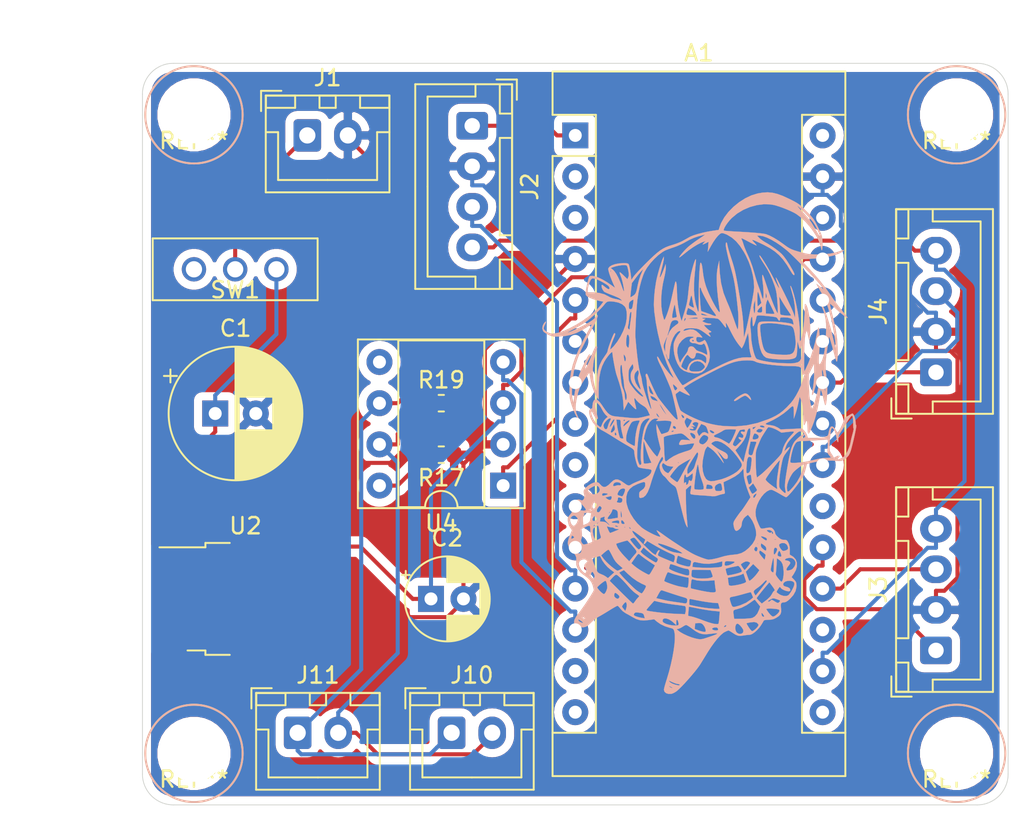
<source format=kicad_pcb>
(kicad_pcb (version 20171130) (host pcbnew "(5.1.2)-2")
  (layers (0 F.Cu signal) (31 B.Cu signal) (34 B.Paste user) (35 F.Paste user) (36 B.SilkS user) (37 F.SilkS user) (38 B.Mask user) (39 F.Mask user) (44 Edge.Cuts user))
  (net 0 "")
  (net 1 /ENC1_B)
  (net 2 +3V3)
  (net 3 "Net-(A1-Pad2)")
  (net 4 "Net-(A1-Pad18)")
  (net 5 "Net-(A1-Pad3)")
  (net 6 /ENC2_a)
  (net 7 GND)
  (net 8 /ENC2_B)
  (net 9 /cantx)
  (net 10 "Net-(A1-Pad21)")
  (net 11 "Net-(A1-Pad6)")
  (net 12 /ENC3_a)
  (net 13 "Net-(A1-Pad7)")
  (net 14 "Net-(A1-Pad23)")
  (net 15 "Net-(A1-Pad8)")
  (net 16 /ENC3_B)
  (net 17 "Net-(A1-Pad9)")
  (net 18 "Net-(A1-Pad25)")
  (net 19 "Net-(A1-Pad10)")
  (net 20 "Net-(A1-Pad26)")
  (net 21 "Net-(A1-Pad11)")
  (net 22 +5V)
  (net 23 /ENC1_a)
  (net 24 "Net-(A1-Pad28)")
  (net 25 /canrx)
  (net 26 "Net-(A1-Pad14)")
  (net 27 "Net-(A1-Pad30)")
  (net 28 "Net-(A1-Pad15)")
  (net 29 "Net-(A1-Pad16)")
  (net 30 +BATT)
  (net 31 "Net-(J1-Pad1)")
  (net 32 /canH)
  (net 33 /canL)
  (net 34 "Net-(R17-Pad2)")
  (net 35 "Net-(SW1-Pad1)")
  (net 36 "Net-(U4-Pad5)")
  (module Logo:tyuni (layer B.Cu) (at 142.24 110.49 180)
    (fp_text reference G*** hide)
    (fp_text value LOGO hide)
  )
  (module Yoshiko:hole (layer F.Cu) (at 158.115 129.54)
    (fp_text reference REF** (at 0 1.6) (layer F.SilkS))
    (fp_text value hole)
    (pad "" np_thru_hole circle (at 0 0) (size 3.5 3.5) (drill 3.5) (layers *.Cu *.Mask))
  )
  (module Yoshiko:hole (layer F.Cu) (at 111.125 129.54)
    (fp_text reference REF** (at 0 1.6) (layer F.SilkS))
    (fp_text value hole)
    (pad "" np_thru_hole circle (at 0 0) (size 3.5 3.5) (drill 3.5) (layers *.Cu *.Mask))
  )
  (module Yoshiko:hole (layer F.Cu) (at 158.115 90.17)
    (fp_text reference REF** (at 0 1.6) (layer F.SilkS))
    (fp_text value hole)
    (pad "" np_thru_hole circle (at 0 0) (size 3.5 3.5) (drill 3.5) (layers *.Cu *.Mask))
  )
  (module Yoshiko:hole (layer F.Cu) (at 111.125 90.17)
    (fp_text reference REF** (at 0 1.6) (layer F.SilkS))
    (fp_text value hole)
    (pad "" np_thru_hole circle (at 0 0) (size 3.5 3.5) (drill 3.5) (layers *.Cu *.Mask))
  )
  (module Module:Arduino_Nano (layer F.Cu) (at 134.62 91.44)
    (fp_text reference A1 (at 7.62 -5.08) (layer F.SilkS))
    (fp_text value Arduino_Nano_v3.x)
    (pad 1 thru_hole rect (at 0 0) (size 1.6 1.6) (drill 0.8) (layers *.Cu *.Mask) (net 1 /ENC1_B))
    (pad 17 thru_hole oval (at 15.24 33.02) (size 1.6 1.6) (drill 0.8) (layers *.Cu *.Mask) (net 2 +3V3))
    (pad 2 thru_hole oval (at 0 2.54) (size 1.6 1.6) (drill 0.8) (layers *.Cu *.Mask) (net 3 "Net-(A1-Pad2)"))
    (pad 18 thru_hole oval (at 15.24 30.48) (size 1.6 1.6) (drill 0.8) (layers *.Cu *.Mask) (net 4 "Net-(A1-Pad18)"))
    (pad 3 thru_hole oval (at 0 5.08) (size 1.6 1.6) (drill 0.8) (layers *.Cu *.Mask) (net 5 "Net-(A1-Pad3)"))
    (pad 19 thru_hole oval (at 15.24 27.94) (size 1.6 1.6) (drill 0.8) (layers *.Cu *.Mask) (net 6 /ENC2_a))
    (pad 4 thru_hole oval (at 0 7.62) (size 1.6 1.6) (drill 0.8) (layers *.Cu *.Mask) (net 7 GND))
    (pad 20 thru_hole oval (at 15.24 25.4) (size 1.6 1.6) (drill 0.8) (layers *.Cu *.Mask) (net 8 /ENC2_B))
    (pad 5 thru_hole oval (at 0 10.16) (size 1.6 1.6) (drill 0.8) (layers *.Cu *.Mask) (net 9 /cantx))
    (pad 21 thru_hole oval (at 15.24 22.86) (size 1.6 1.6) (drill 0.8) (layers *.Cu *.Mask) (net 10 "Net-(A1-Pad21)"))
    (pad 6 thru_hole oval (at 0 12.7) (size 1.6 1.6) (drill 0.8) (layers *.Cu *.Mask) (net 11 "Net-(A1-Pad6)"))
    (pad 22 thru_hole oval (at 15.24 20.32) (size 1.6 1.6) (drill 0.8) (layers *.Cu *.Mask) (net 12 /ENC3_a))
    (pad 7 thru_hole oval (at 0 15.24) (size 1.6 1.6) (drill 0.8) (layers *.Cu *.Mask) (net 13 "Net-(A1-Pad7)"))
    (pad 23 thru_hole oval (at 15.24 17.78) (size 1.6 1.6) (drill 0.8) (layers *.Cu *.Mask) (net 14 "Net-(A1-Pad23)"))
    (pad 8 thru_hole oval (at 0 17.78) (size 1.6 1.6) (drill 0.8) (layers *.Cu *.Mask) (net 15 "Net-(A1-Pad8)"))
    (pad 24 thru_hole oval (at 15.24 15.24) (size 1.6 1.6) (drill 0.8) (layers *.Cu *.Mask) (net 16 /ENC3_B))
    (pad 9 thru_hole oval (at 0 20.32) (size 1.6 1.6) (drill 0.8) (layers *.Cu *.Mask) (net 17 "Net-(A1-Pad9)"))
    (pad 25 thru_hole oval (at 15.24 12.7) (size 1.6 1.6) (drill 0.8) (layers *.Cu *.Mask) (net 18 "Net-(A1-Pad25)"))
    (pad 10 thru_hole oval (at 0 22.86) (size 1.6 1.6) (drill 0.8) (layers *.Cu *.Mask) (net 19 "Net-(A1-Pad10)"))
    (pad 26 thru_hole oval (at 15.24 10.16) (size 1.6 1.6) (drill 0.8) (layers *.Cu *.Mask) (net 20 "Net-(A1-Pad26)"))
    (pad 11 thru_hole oval (at 0 25.4) (size 1.6 1.6) (drill 0.8) (layers *.Cu *.Mask) (net 21 "Net-(A1-Pad11)"))
    (pad 27 thru_hole oval (at 15.24 7.62) (size 1.6 1.6) (drill 0.8) (layers *.Cu *.Mask) (net 22 +5V))
    (pad 12 thru_hole oval (at 0 27.94) (size 1.6 1.6) (drill 0.8) (layers *.Cu *.Mask) (net 23 /ENC1_a))
    (pad 28 thru_hole oval (at 15.24 5.08) (size 1.6 1.6) (drill 0.8) (layers *.Cu *.Mask) (net 24 "Net-(A1-Pad28)"))
    (pad 13 thru_hole oval (at 0 30.48) (size 1.6 1.6) (drill 0.8) (layers *.Cu *.Mask) (net 25 /canrx))
    (pad 29 thru_hole oval (at 15.24 2.54) (size 1.6 1.6) (drill 0.8) (layers *.Cu *.Mask) (net 7 GND))
    (pad 14 thru_hole oval (at 0 33.02) (size 1.6 1.6) (drill 0.8) (layers *.Cu *.Mask) (net 26 "Net-(A1-Pad14)"))
    (pad 30 thru_hole oval (at 15.24 0) (size 1.6 1.6) (drill 0.8) (layers *.Cu *.Mask) (net 27 "Net-(A1-Pad30)"))
    (pad 15 thru_hole oval (at 0 35.56) (size 1.6 1.6) (drill 0.8) (layers *.Cu *.Mask) (net 28 "Net-(A1-Pad15)"))
    (pad 16 thru_hole oval (at 15.24 35.56) (size 1.6 1.6) (drill 0.8) (layers *.Cu *.Mask) (net 29 "Net-(A1-Pad16)"))
  )
  (module Capacitor_THT:CP_Radial_D8.0mm_P2.50mm (layer F.Cu) (at 112.435 108.585)
    (fp_text reference C1 (at 1.25 -5.25) (layer F.SilkS))
    (fp_text value 220u)
    (pad 1 thru_hole rect (at 0 0) (size 1.6 1.6) (drill 0.8) (layers *.Cu *.Mask) (net 30 +BATT))
    (pad 2 thru_hole circle (at 2.5 0) (size 1.6 1.6) (drill 0.8) (layers *.Cu *.Mask) (net 7 GND))
  )
  (module Capacitor_THT:CP_Radial_D5.0mm_P2.00mm (layer F.Cu) (at 125.73 120.015)
    (fp_text reference C2 (at 1 -3.75) (layer F.SilkS))
    (fp_text value 100u)
    (pad 1 thru_hole rect (at 0 0) (size 1.6 1.6) (drill 0.8) (layers *.Cu *.Mask) (net 22 +5V))
    (pad 2 thru_hole circle (at 2 0) (size 1.6 1.6) (drill 0.8) (layers *.Cu *.Mask) (net 7 GND))
  )
  (module Connector_JST:JST_XH_B2B-XH-A_1x02_P2.50mm_Vertical (layer F.Cu) (at 118.11 91.44)
    (fp_text reference J1 (at 1.25 -3.55) (layer F.SilkS))
    (fp_text value battery)
    (pad 1 thru_hole roundrect (at 0 0) (size 1.7 2) (drill 1) (layers *.Cu *.Mask) (roundrect_rratio 0.147059) (net 31 "Net-(J1-Pad1)"))
    (pad 2 thru_hole oval (at 2.5 0) (size 1.7 2) (drill 1) (layers *.Cu *.Mask) (net 7 GND))
  )
  (module Connector_JST:JST_XH_B4B-XH-A_1x04_P2.50mm_Vertical (layer F.Cu) (at 128.27 90.845 270)
    (fp_text reference J2 (at 3.75 -3.55 90) (layer F.SilkS))
    (fp_text value ENC1)
    (pad 1 thru_hole roundrect (at 0 0 270) (size 1.7 1.95) (drill 0.95) (layers *.Cu *.Mask) (roundrect_rratio 0.147059) (net 1 /ENC1_B))
    (pad 2 thru_hole oval (at 2.5 0 270) (size 1.7 1.95) (drill 0.95) (layers *.Cu *.Mask) (net 7 GND))
    (pad 3 thru_hole oval (at 5 0 270) (size 1.7 1.95) (drill 0.95) (layers *.Cu *.Mask) (net 23 /ENC1_a))
    (pad 4 thru_hole oval (at 7.5 0 270) (size 1.7 1.95) (drill 0.95) (layers *.Cu *.Mask) (net 2 +3V3))
  )
  (module Connector_JST:JST_XH_B4B-XH-A_1x04_P2.50mm_Vertical (layer F.Cu) (at 156.845 123.19 90)
    (fp_text reference J3 (at 3.75 -3.55 90) (layer F.SilkS))
    (fp_text value ENC2)
    (pad 1 thru_hole roundrect (at 0 0 90) (size 1.7 1.95) (drill 0.95) (layers *.Cu *.Mask) (roundrect_rratio 0.147059) (net 8 /ENC2_B))
    (pad 2 thru_hole oval (at 2.5 0 90) (size 1.7 1.95) (drill 0.95) (layers *.Cu *.Mask) (net 7 GND))
    (pad 3 thru_hole oval (at 5 0 90) (size 1.7 1.95) (drill 0.95) (layers *.Cu *.Mask) (net 6 /ENC2_a))
    (pad 4 thru_hole oval (at 7.5 0 90) (size 1.7 1.95) (drill 0.95) (layers *.Cu *.Mask) (net 2 +3V3))
  )
  (module Connector_JST:JST_XH_B4B-XH-A_1x04_P2.50mm_Vertical (layer F.Cu) (at 156.845 106.045 90)
    (fp_text reference J4 (at 3.75 -3.55 90) (layer F.SilkS))
    (fp_text value ENC3)
    (pad 4 thru_hole oval (at 7.5 0 90) (size 1.7 1.95) (drill 0.95) (layers *.Cu *.Mask) (net 2 +3V3))
    (pad 3 thru_hole oval (at 5 0 90) (size 1.7 1.95) (drill 0.95) (layers *.Cu *.Mask) (net 12 /ENC3_a))
    (pad 2 thru_hole oval (at 2.5 0 90) (size 1.7 1.95) (drill 0.95) (layers *.Cu *.Mask) (net 7 GND))
    (pad 1 thru_hole roundrect (at 0 0 90) (size 1.7 1.95) (drill 0.95) (layers *.Cu *.Mask) (roundrect_rratio 0.147059) (net 16 /ENC3_B))
  )
  (module Connector_JST:JST_XH_B2B-XH-A_1x02_P2.50mm_Vertical (layer F.Cu) (at 127 128.27)
    (fp_text reference J10 (at 1.25 -3.55) (layer F.SilkS))
    (fp_text value can1)
    (pad 2 thru_hole oval (at 2.5 0) (size 1.7 2) (drill 1) (layers *.Cu *.Mask) (net 32 /canH))
    (pad 1 thru_hole roundrect (at 0 0) (size 1.7 2) (drill 1) (layers *.Cu *.Mask) (roundrect_rratio 0.147059) (net 33 /canL))
  )
  (module Connector_JST:JST_XH_B2B-XH-A_1x02_P2.50mm_Vertical (layer F.Cu) (at 117.515 128.27)
    (fp_text reference J11 (at 1.25 -3.55) (layer F.SilkS))
    (fp_text value can2)
    (pad 1 thru_hole roundrect (at 0 0) (size 1.7 2) (drill 1) (layers *.Cu *.Mask) (roundrect_rratio 0.147059) (net 33 /canL))
    (pad 2 thru_hole oval (at 2.5 0) (size 1.7 2) (drill 1) (layers *.Cu *.Mask) (net 32 /canH))
  )
  (module Resistor_SMD:R_0603_1608Metric (layer F.Cu) (at 126.365 111.125 180)
    (fp_text reference R17 (at 0 -1.43) (layer F.SilkS))
    (fp_text value 10k)
    (pad 1 smd roundrect (at -0.7875 0 180) (size 0.875 0.95) (layers F.Cu F.Paste F.Mask) (net 7 GND))
    (pad 2 smd roundrect (at 0.7875 0 180) (size 0.875 0.95) (layers F.Cu F.Paste F.Mask) (net 34 "Net-(R17-Pad2)"))
  )
  (module Resistor_SMD:R_0603_1608Metric (layer F.Cu) (at 126.365 107.95)
    (fp_text reference R19 (at 0 -1.43) (layer F.SilkS))
    (fp_text value 120)
    (pad 2 smd roundrect (at 0.7875 0) (size 0.875 0.95) (layers F.Cu F.Paste F.Mask) (net 33 /canL))
    (pad 1 smd roundrect (at -0.7875 0) (size 0.875 0.95) (layers F.Cu F.Paste F.Mask) (net 32 /canH))
  )
  (module Yoshiko:mini_sw (layer F.Cu) (at 113.665 99.695)
    (fp_text reference SW1 (at 0 1.27) (layer F.SilkS))
    (fp_text value SW_Push_SPDT)
    (pad 1 thru_hole circle (at -2.54 0) (size 1.5 1.5) (drill 1) (layers *.Cu *.Mask) (net 35 "Net-(SW1-Pad1)"))
    (pad 2 thru_hole circle (at 0 0) (size 1.5 1.5) (drill 1) (layers *.Cu *.Mask) (net 31 "Net-(J1-Pad1)"))
    (pad 3 thru_hole circle (at 2.54 0) (size 1.5 1.5) (drill 1) (layers *.Cu *.Mask) (net 30 +BATT))
  )
  (module Package_TO_SOT_SMD:TO-252-2 (layer F.Cu) (at 114.3 120.015)
    (fp_text reference U2 (at 0 -4.5) (layer F.SilkS))
    (fp_text value L7805)
    (pad 1 smd rect (at -4.2 -2.28) (size 2.2 1.2) (layers F.Cu F.Paste F.Mask) (net 30 +BATT))
    (pad 3 smd rect (at -4.2 2.28) (size 2.2 1.2) (layers F.Cu F.Paste F.Mask) (net 22 +5V))
    (pad 2 smd rect (at 2.1 0) (size 6.4 5.8) (layers F.Cu F.Mask) (net 7 GND))
  )
  (module Package_DIP:DIP-8_W7.62mm_Socket (layer F.Cu) (at 130.175 113.03 180)
    (fp_text reference U4 (at 3.81 -2.33) (layer F.SilkS))
    (fp_text value MCP2551-I-P)
    (pad 1 thru_hole rect (at 0 0 180) (size 1.6 1.6) (drill 0.8) (layers *.Cu *.Mask) (net 9 /cantx))
    (pad 5 thru_hole oval (at 7.62 7.62 180) (size 1.6 1.6) (drill 0.8) (layers *.Cu *.Mask) (net 36 "Net-(U4-Pad5)"))
    (pad 2 thru_hole oval (at 0 2.54 180) (size 1.6 1.6) (drill 0.8) (layers *.Cu *.Mask) (net 7 GND))
    (pad 6 thru_hole oval (at 7.62 5.08 180) (size 1.6 1.6) (drill 0.8) (layers *.Cu *.Mask) (net 33 /canL))
    (pad 3 thru_hole oval (at 0 5.08 180) (size 1.6 1.6) (drill 0.8) (layers *.Cu *.Mask) (net 22 +5V))
    (pad 7 thru_hole oval (at 7.62 2.54 180) (size 1.6 1.6) (drill 0.8) (layers *.Cu *.Mask) (net 32 /canH))
    (pad 4 thru_hole oval (at 0 7.62 180) (size 1.6 1.6) (drill 0.8) (layers *.Cu *.Mask) (net 25 /canrx))
    (pad 8 thru_hole oval (at 7.62 0 180) (size 1.6 1.6) (drill 0.8) (layers *.Cu *.Mask) (net 34 "Net-(R17-Pad2)"))
  )
  (gr_arc (start 109.855 130.81) (end 107.95 130.81) (angle -90) (layer Edge.Cuts) (width 0.05))
  (gr_arc (start 159.385 130.81) (end 159.385 132.715) (angle -90) (layer Edge.Cuts) (width 0.05))
  (gr_arc (start 159.385 88.9) (end 161.29 88.9) (angle -90) (layer Edge.Cuts) (width 0.05))
  (gr_arc (start 109.855 88.9) (end 109.855 86.995) (angle -90) (layer Edge.Cuts) (width 0.05))
  (gr_line (start 107.95 130.81) (end 107.95 88.9) (layer Edge.Cuts) (width 0.05))
  (gr_line (start 159.385 132.715) (end 109.855 132.715) (layer Edge.Cuts) (width 0.05))
  (gr_line (start 161.29 88.9) (end 161.29 130.81) (layer Edge.Cuts) (width 0.05))
  (gr_line (start 109.855 86.995) (end 159.385 86.995) (layer Edge.Cuts) (width 0.05))
  (segment (start 134.62 91.44) (end 133.4947 91.44) (width 0.25) (layer F.Cu) (net 1))
  (segment (start 128.27 90.845) (end 132.8997 90.845) (width 0.25) (layer F.Cu) (net 1))
  (segment (start 132.8997 90.845) (end 133.4947 91.44) (width 0.25) (layer F.Cu) (net 1))
  (segment (start 128.27 98.345) (end 129.5703 98.345) (width 0.25) (layer F.Cu) (net 2))
  (segment (start 156.845 98.545) (end 155.5447 98.545) (width 0.25) (layer F.Cu) (net 2))
  (segment (start 155.5447 98.545) (end 154.9284 97.9287) (width 0.25) (layer F.Cu) (net 2))
  (segment (start 154.9284 97.9287) (end 129.9866 97.9287) (width 0.25) (layer F.Cu) (net 2))
  (segment (start 129.9866 97.9287) (end 129.5703 98.345) (width 0.25) (layer F.Cu) (net 2))
  (segment (start 156.845 115.69) (end 156.845 114.5147) (width 0.25) (layer B.Cu) (net 2))
  (segment (start 156.845 98.545) (end 156.845 99.7203) (width 0.25) (layer B.Cu) (net 2))
  (segment (start 156.845 99.7203) (end 157.3592 99.7203) (width 0.25) (layer B.Cu) (net 2))
  (segment (start 157.3592 99.7203) (end 158.605 100.9661) (width 0.25) (layer B.Cu) (net 2))
  (segment (start 158.605 100.9661) (end 158.605 112.7547) (width 0.25) (layer B.Cu) (net 2))
  (segment (start 158.605 112.7547) (end 156.845 114.5147) (width 0.25) (layer B.Cu) (net 2))
  (segment (start 149.86 124.46) (end 149.86 123.3347) (width 0.25) (layer B.Cu) (net 2))
  (segment (start 156.845 115.69) (end 156.845 116.8653) (width 0.25) (layer B.Cu) (net 2))
  (segment (start 156.845 116.8653) (end 156.3308 116.8653) (width 0.25) (layer B.Cu) (net 2))
  (segment (start 156.3308 116.8653) (end 150.9853 122.2108) (width 0.25) (layer B.Cu) (net 2))
  (segment (start 150.9853 122.2108) (end 150.9853 122.4919) (width 0.25) (layer B.Cu) (net 2))
  (segment (start 150.9853 122.4919) (end 150.1425 123.3347) (width 0.25) (layer B.Cu) (net 2))
  (segment (start 150.1425 123.3347) (end 149.86 123.3347) (width 0.25) (layer B.Cu) (net 2))
  (segment (start 149.86 119.38) (end 150.9853 119.38) (width 0.25) (layer F.Cu) (net 6))
  (segment (start 156.845 118.19) (end 152.1753 118.19) (width 0.25) (layer F.Cu) (net 6))
  (segment (start 152.1753 118.19) (end 150.9853 119.38) (width 0.25) (layer F.Cu) (net 6))
  (segment (start 156.845 120.69) (end 156.845 119.5147) (width 0.25) (layer F.Cu) (net 7))
  (segment (start 156.845 103.545) (end 156.845 104.7203) (width 0.25) (layer F.Cu) (net 7))
  (segment (start 156.845 104.7203) (end 157.7265 104.7203) (width 0.25) (layer F.Cu) (net 7))
  (segment (start 157.7265 104.7203) (end 158.1696 105.1634) (width 0.25) (layer F.Cu) (net 7))
  (segment (start 158.1696 105.1634) (end 158.1696 118.7043) (width 0.25) (layer F.Cu) (net 7))
  (segment (start 158.1696 118.7043) (end 157.3592 119.5147) (width 0.25) (layer F.Cu) (net 7))
  (segment (start 157.3592 119.5147) (end 156.845 119.5147) (width 0.25) (layer F.Cu) (net 7))
  (segment (start 134.62 99.06) (end 135.7453 99.06) (width 0.25) (layer B.Cu) (net 7))
  (segment (start 135.7453 99.06) (end 139.7 95.1053) (width 0.25) (layer B.Cu) (net 7))
  (segment (start 139.7 95.1053) (end 149.86 95.1053) (width 0.25) (layer B.Cu) (net 7))
  (segment (start 134.0574 99.06) (end 134.62 99.06) (width 0.25) (layer B.Cu) (net 7))
  (segment (start 149.86 93.98) (end 149.86 95.1053) (width 0.25) (layer B.Cu) (net 7))
  (segment (start 156.845 103.545) (end 156.845 102.3697) (width 0.25) (layer B.Cu) (net 7))
  (segment (start 156.845 102.3697) (end 156.3308 102.3697) (width 0.25) (layer B.Cu) (net 7))
  (segment (start 156.3308 102.3697) (end 150.9853 97.0242) (width 0.25) (layer B.Cu) (net 7))
  (segment (start 150.9853 97.0242) (end 150.9853 95.9492) (width 0.25) (layer B.Cu) (net 7))
  (segment (start 150.9853 95.9492) (end 150.1414 95.1053) (width 0.25) (layer B.Cu) (net 7))
  (segment (start 150.1414 95.1053) (end 149.86 95.1053) (width 0.25) (layer B.Cu) (net 7))
  (segment (start 114.935 108.585) (end 117.9808 111.6308) (width 0.25) (layer F.Cu) (net 7))
  (segment (start 117.9808 111.6308) (end 123.2349 111.6308) (width 0.25) (layer F.Cu) (net 7))
  (segment (start 123.2349 111.6308) (end 124.5676 110.2981) (width 0.25) (layer F.Cu) (net 7))
  (segment (start 124.5676 110.2981) (end 126.3256 110.2981) (width 0.25) (layer F.Cu) (net 7))
  (segment (start 126.3256 110.2981) (end 127.1525 111.125) (width 0.25) (layer F.Cu) (net 7))
  (segment (start 127.73 111.7025) (end 127.1525 111.125) (width 0.25) (layer F.Cu) (net 7))
  (segment (start 116.4 120.015) (end 119.9253 120.015) (width 0.25) (layer F.Cu) (net 7))
  (segment (start 127.73 120.015) (end 127.73 120.1558) (width 0.25) (layer F.Cu) (net 7))
  (segment (start 127.73 120.1558) (end 126.7454 121.1404) (width 0.25) (layer F.Cu) (net 7))
  (segment (start 126.7454 121.1404) (end 121.0507 121.1404) (width 0.25) (layer F.Cu) (net 7))
  (segment (start 121.0507 121.1404) (end 119.9253 120.015) (width 0.25) (layer F.Cu) (net 7))
  (segment (start 127.73 111.7025) (end 127.73 120.015) (width 0.25) (layer F.Cu) (net 7))
  (segment (start 134.0574 99.06) (end 133.4947 99.06) (width 0.25) (layer B.Cu) (net 7))
  (segment (start 128.27 93.345) (end 128.27 94.5203) (width 0.25) (layer B.Cu) (net 7))
  (segment (start 133.4947 99.06) (end 128.955 94.5203) (width 0.25) (layer B.Cu) (net 7))
  (segment (start 128.955 94.5203) (end 128.27 94.5203) (width 0.25) (layer B.Cu) (net 7))
  (segment (start 129.0496 110.49) (end 129.0496 104.6304) (width 0.25) (layer F.Cu) (net 7))
  (segment (start 129.0496 104.6304) (end 134.62 99.06) (width 0.25) (layer F.Cu) (net 7))
  (segment (start 129.0496 110.49) (end 128.9425 110.49) (width 0.25) (layer F.Cu) (net 7))
  (segment (start 128.9425 110.49) (end 127.73 111.7025) (width 0.25) (layer F.Cu) (net 7))
  (segment (start 130.175 110.49) (end 129.0496 110.49) (width 0.25) (layer F.Cu) (net 7))
  (segment (start 120.61 91.59) (end 120.61 91.44) (width 0.25) (layer F.Cu) (net 7))
  (segment (start 122.365 93.345) (end 120.61 91.59) (width 0.25) (layer F.Cu) (net 7))
  (segment (start 128.27 93.345) (end 122.365 93.345) (width 0.25) (layer F.Cu) (net 7))
  (segment (start 149.86 116.84) (end 149.86 117.9653) (width 0.25) (layer F.Cu) (net 8))
  (segment (start 156.845 123.19) (end 154.305 120.65) (width 0.25) (layer F.Cu) (net 8))
  (segment (start 154.305 120.65) (end 149.4983 120.65) (width 0.25) (layer F.Cu) (net 8))
  (segment (start 149.4983 120.65) (end 148.7347 119.8864) (width 0.25) (layer F.Cu) (net 8))
  (segment (start 148.7347 119.8864) (end 148.7347 118.8092) (width 0.25) (layer F.Cu) (net 8))
  (segment (start 148.7347 118.8092) (end 149.5786 117.9653) (width 0.25) (layer F.Cu) (net 8))
  (segment (start 149.5786 117.9653) (end 149.86 117.9653) (width 0.25) (layer F.Cu) (net 8))
  (segment (start 134.62 101.6) (end 134.62 102.7253) (width 0.25) (layer F.Cu) (net 9))
  (segment (start 130.175 113.03) (end 130.175 111.9047) (width 0.25) (layer F.Cu) (net 9))
  (segment (start 130.175 111.9047) (end 130.4563 111.9047) (width 0.25) (layer F.Cu) (net 9))
  (segment (start 130.4563 111.9047) (end 133.4947 108.8663) (width 0.25) (layer F.Cu) (net 9))
  (segment (start 133.4947 108.8663) (end 133.4947 103.5692) (width 0.25) (layer F.Cu) (net 9))
  (segment (start 133.4947 103.5692) (end 134.3386 102.7253) (width 0.25) (layer F.Cu) (net 9))
  (segment (start 134.3386 102.7253) (end 134.62 102.7253) (width 0.25) (layer F.Cu) (net 9))
  (segment (start 149.86 111.76) (end 149.86 110.6347) (width 0.25) (layer B.Cu) (net 12))
  (segment (start 156.845 101.045) (end 158.1546 102.3546) (width 0.25) (layer B.Cu) (net 12))
  (segment (start 158.1546 102.3546) (end 158.1546 104.0456) (width 0.25) (layer B.Cu) (net 12))
  (segment (start 158.1546 104.0456) (end 157.4622 104.738) (width 0.25) (layer B.Cu) (net 12))
  (segment (start 157.4622 104.738) (end 155.9764 104.738) (width 0.25) (layer B.Cu) (net 12))
  (segment (start 155.9764 104.738) (end 150.0797 110.6347) (width 0.25) (layer B.Cu) (net 12))
  (segment (start 150.0797 110.6347) (end 149.86 110.6347) (width 0.25) (layer B.Cu) (net 12))
  (segment (start 149.86 106.68) (end 150.9853 106.68) (width 0.25) (layer F.Cu) (net 16))
  (segment (start 156.845 106.045) (end 151.6203 106.045) (width 0.25) (layer F.Cu) (net 16))
  (segment (start 151.6203 106.045) (end 150.9853 106.68) (width 0.25) (layer F.Cu) (net 16))
  (segment (start 110.1 122.295) (end 110.1 121.3697) (width 0.25) (layer F.Cu) (net 22))
  (segment (start 125.73 120.015) (end 124.6047 120.015) (width 0.25) (layer F.Cu) (net 22))
  (segment (start 124.6047 120.015) (end 121.3793 116.7896) (width 0.25) (layer F.Cu) (net 22))
  (segment (start 121.3793 116.7896) (end 113.0595 116.7896) (width 0.25) (layer F.Cu) (net 22))
  (segment (start 113.0595 116.7896) (end 112.8746 116.9745) (width 0.25) (layer F.Cu) (net 22))
  (segment (start 112.8746 116.9745) (end 112.8746 118.5951) (width 0.25) (layer F.Cu) (net 22))
  (segment (start 112.8746 118.5951) (end 110.1 121.3697) (width 0.25) (layer F.Cu) (net 22))
  (segment (start 149.86 99.06) (end 148.7347 99.06) (width 0.25) (layer F.Cu) (net 22))
  (segment (start 130.175 107.95) (end 130.175 106.8247) (width 0.25) (layer F.Cu) (net 22))
  (segment (start 130.175 106.8247) (end 130.4564 106.8247) (width 0.25) (layer F.Cu) (net 22))
  (segment (start 130.4564 106.8247) (end 131.3003 105.9808) (width 0.25) (layer F.Cu) (net 22))
  (segment (start 131.3003 105.9808) (end 131.3003 103.2928) (width 0.25) (layer F.Cu) (net 22))
  (segment (start 131.3003 103.2928) (end 134.4078 100.1853) (width 0.25) (layer F.Cu) (net 22))
  (segment (start 134.4078 100.1853) (end 147.6094 100.1853) (width 0.25) (layer F.Cu) (net 22))
  (segment (start 147.6094 100.1853) (end 148.7347 99.06) (width 0.25) (layer F.Cu) (net 22))
  (segment (start 130.175 107.95) (end 130.175 109.0753) (width 0.25) (layer B.Cu) (net 22))
  (segment (start 130.175 109.0753) (end 129.8937 109.0753) (width 0.25) (layer B.Cu) (net 22))
  (segment (start 129.8937 109.0753) (end 125.73 113.239) (width 0.25) (layer B.Cu) (net 22))
  (segment (start 125.73 113.239) (end 125.73 120.015) (width 0.25) (layer B.Cu) (net 22))
  (segment (start 134.62 119.38) (end 134.62 118.2547) (width 0.25) (layer B.Cu) (net 23))
  (segment (start 128.27 95.845) (end 128.27 97.0203) (width 0.25) (layer B.Cu) (net 23))
  (segment (start 128.27 97.0203) (end 128.7842 97.0203) (width 0.25) (layer B.Cu) (net 23))
  (segment (start 128.7842 97.0203) (end 133.4947 101.7308) (width 0.25) (layer B.Cu) (net 23))
  (segment (start 133.4947 101.7308) (end 133.4947 117.4108) (width 0.25) (layer B.Cu) (net 23))
  (segment (start 133.4947 117.4108) (end 134.3386 118.2547) (width 0.25) (layer B.Cu) (net 23))
  (segment (start 134.3386 118.2547) (end 134.62 118.2547) (width 0.25) (layer B.Cu) (net 23))
  (segment (start 130.175 105.41) (end 130.175 106.5353) (width 0.25) (layer B.Cu) (net 25))
  (segment (start 134.62 121.92) (end 134.62 120.7947) (width 0.25) (layer B.Cu) (net 25))
  (segment (start 134.62 120.7947) (end 134.3387 120.7947) (width 0.25) (layer B.Cu) (net 25))
  (segment (start 134.3387 120.7947) (end 131.3003 117.7563) (width 0.25) (layer B.Cu) (net 25))
  (segment (start 131.3003 117.7563) (end 131.3003 107.3792) (width 0.25) (layer B.Cu) (net 25))
  (segment (start 131.3003 107.3792) (end 130.4564 106.5353) (width 0.25) (layer B.Cu) (net 25))
  (segment (start 130.4564 106.5353) (end 130.175 106.5353) (width 0.25) (layer B.Cu) (net 25))
  (segment (start 112.435 108.585) (end 112.435 109.7103) (width 0.25) (layer F.Cu) (net 30))
  (segment (start 110.1 117.735) (end 110.1 112.0453) (width 0.25) (layer F.Cu) (net 30))
  (segment (start 110.1 112.0453) (end 112.435 109.7103) (width 0.25) (layer F.Cu) (net 30))
  (segment (start 116.205 99.695) (end 116.205 103.6897) (width 0.25) (layer B.Cu) (net 30))
  (segment (start 116.205 103.6897) (end 112.435 107.4597) (width 0.25) (layer B.Cu) (net 30))
  (segment (start 112.435 108.585) (end 112.435 107.4597) (width 0.25) (layer B.Cu) (net 30))
  (segment (start 113.665 95.885) (end 118.11 91.44) (width 0.25) (layer F.Cu) (net 31))
  (segment (start 113.665 99.695) (end 113.665 95.885) (width 0.25) (layer F.Cu) (net 31))
  (segment (start 122.555 110.49) (end 123.6803 110.49) (width 0.25) (layer F.Cu) (net 32))
  (segment (start 123.6803 110.49) (end 123.6803 109.8472) (width 0.25) (layer F.Cu) (net 32))
  (segment (start 123.6803 109.8472) (end 125.5775 107.95) (width 0.25) (layer F.Cu) (net 32))
  (segment (start 120.015 127.02) (end 120.015 128.27) (width 0.25) (layer B.Cu) (net 32))
  (segment (start 123.680001 123.354999) (end 120.015 127.02) (width 0.25) (layer B.Cu) (net 32))
  (segment (start 123.680001 111.615001) (end 123.680001 123.354999) (width 0.25) (layer B.Cu) (net 32))
  (segment (start 122.555 110.49) (end 123.680001 111.615001) (width 0.25) (layer B.Cu) (net 32))
  (segment (start 129.5 128.42) (end 129.5 128.27) (width 0.25) (layer F.Cu) (net 32))
  (segment (start 128.32499 129.59501) (end 129.5 128.42) (width 0.25) (layer F.Cu) (net 32))
  (segment (start 122.44001 129.59501) (end 128.32499 129.59501) (width 0.25) (layer F.Cu) (net 32))
  (segment (start 121.115 128.27) (end 122.44001 129.59501) (width 0.25) (layer F.Cu) (net 32))
  (segment (start 120.015 128.27) (end 121.115 128.27) (width 0.25) (layer F.Cu) (net 32))
  (segment (start 122.555 107.95) (end 123.6803 107.95) (width 0.25) (layer F.Cu) (net 33))
  (segment (start 123.6803 107.95) (end 124.496 107.1343) (width 0.25) (layer F.Cu) (net 33))
  (segment (start 124.496 107.1343) (end 126.3368 107.1343) (width 0.25) (layer F.Cu) (net 33))
  (segment (start 126.3368 107.1343) (end 127.1525 107.95) (width 0.25) (layer F.Cu) (net 33))
  (segment (start 126.094447 129.175553) (end 127 128.27) (width 0.25) (layer B.Cu) (net 33))
  (segment (start 125.67499 129.59501) (end 126.094447 129.175553) (width 0.25) (layer B.Cu) (net 33))
  (segment (start 117.74001 129.59501) (end 125.67499 129.59501) (width 0.25) (layer B.Cu) (net 33))
  (segment (start 117.515 129.37) (end 117.74001 129.59501) (width 0.25) (layer B.Cu) (net 33))
  (segment (start 117.515 128.27) (end 117.515 129.37) (width 0.25) (layer B.Cu) (net 33))
  (segment (start 121.755001 108.749999) (end 122.555 107.95) (width 0.25) (layer B.Cu) (net 33))
  (segment (start 121.429999 109.075001) (end 121.755001 108.749999) (width 0.25) (layer B.Cu) (net 33))
  (segment (start 121.429999 124.355001) (end 121.429999 109.075001) (width 0.25) (layer B.Cu) (net 33))
  (segment (start 117.515 128.27) (end 121.429999 124.355001) (width 0.25) (layer B.Cu) (net 33))
  (segment (start 122.555 113.03) (end 123.6803 113.03) (width 0.25) (layer F.Cu) (net 34))
  (segment (start 123.6803 113.03) (end 123.6803 113.0222) (width 0.25) (layer F.Cu) (net 34))
  (segment (start 123.6803 113.0222) (end 125.5775 111.125) (width 0.25) (layer F.Cu) (net 34))
  (zone (net 7) (net_name GND) (layer F.Cu) (connect_pads (clearance 0.508)) (min_thickness 0.254) (fill yes (arc_segments 32) (thermal_gap 0.508) (thermal_bridge_width 0.508))
    (polygon (pts (xy 107.95 86.995) (xy 161.29 86.995) (xy 161.29 132.715) (xy 107.95 132.715)))
  )
  (zone (net 7) (net_name GND) (layer B.Cu) (connect_pads (clearance 0.508)) (min_thickness 0.254) (fill yes (arc_segments 32) (thermal_gap 0.508) (thermal_bridge_width 0.508))
    (polygon (pts (xy 107.95 86.995) (xy 161.29 86.995) (xy 161.29 132.715) (xy 107.95 132.715)))
  )
)
</source>
